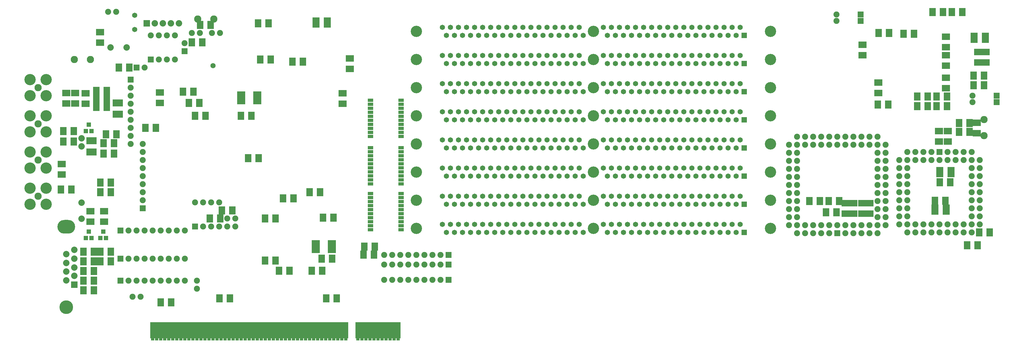
<source format=gbs>
G04 (created by PCBNEW-RS274X (2012-apr-16-27)-stable) date Втр 01 Янв 2013 22:44:24*
G01*
G70*
G90*
%MOIN*%
G04 Gerber Fmt 3.4, Leading zero omitted, Abs format*
%FSLAX34Y34*%
G04 APERTURE LIST*
%ADD10C,0.006000*%
%ADD11C,0.080000*%
%ADD12R,0.070000X0.040000*%
%ADD13R,0.056000X0.056000*%
%ADD14R,0.130000X0.090000*%
%ADD15R,0.090000X0.130000*%
%ADD16C,0.140000*%
%ADD17R,0.065000X0.065000*%
%ADD18C,0.065000*%
%ADD19R,0.075000X0.075000*%
%ADD20C,0.075000*%
%ADD21C,0.090000*%
%ADD22O,0.220000X0.170000*%
%ADD23C,0.170000*%
%ADD24R,0.080000X0.080000*%
%ADD25R,0.100000X0.160000*%
%ADD26R,0.100000X0.080000*%
%ADD27R,0.080000X0.100000*%
%ADD28R,0.060000X0.200000*%
%ADD29R,0.040000X0.050000*%
G04 APERTURE END LIST*
G54D10*
G54D11*
X28650Y-38550D03*
X28650Y-39550D03*
X28650Y-46550D03*
X28650Y-48550D03*
G54D12*
X68350Y-39700D03*
X68350Y-40200D03*
X68350Y-40700D03*
X68350Y-41200D03*
X68350Y-41700D03*
X68350Y-42200D03*
X68350Y-42700D03*
X68350Y-43200D03*
X68350Y-43700D03*
X68350Y-44200D03*
X64550Y-44200D03*
X64550Y-43700D03*
X64550Y-43200D03*
X64550Y-42700D03*
X64550Y-42200D03*
X64550Y-41700D03*
X64550Y-41200D03*
X64550Y-40700D03*
X64550Y-40200D03*
X64550Y-39700D03*
X68350Y-33800D03*
X68350Y-34300D03*
X68350Y-34800D03*
X68350Y-35300D03*
X68350Y-35800D03*
X68350Y-36300D03*
X68350Y-36800D03*
X68350Y-37300D03*
X68350Y-37800D03*
X68350Y-38300D03*
X64550Y-38300D03*
X64550Y-37800D03*
X64550Y-37300D03*
X64550Y-36800D03*
X64550Y-36300D03*
X64550Y-35800D03*
X64550Y-35300D03*
X64550Y-34800D03*
X64550Y-34300D03*
X64550Y-33800D03*
X68350Y-45400D03*
X68350Y-45900D03*
X68350Y-46400D03*
X68350Y-46900D03*
X68350Y-47400D03*
X68350Y-47900D03*
X68350Y-48400D03*
X68350Y-48900D03*
X68350Y-49400D03*
X68350Y-49900D03*
X64550Y-49900D03*
X64550Y-49400D03*
X64550Y-48900D03*
X64550Y-48400D03*
X64550Y-47900D03*
X64550Y-47400D03*
X64550Y-46900D03*
X64550Y-46400D03*
X64550Y-45900D03*
X64550Y-45400D03*
G54D13*
X31000Y-50950D03*
X31700Y-50950D03*
X31350Y-50150D03*
X29200Y-37650D03*
X29900Y-37650D03*
X29550Y-36850D03*
X29200Y-50950D03*
X29900Y-50950D03*
X29550Y-50150D03*
G54D14*
X29900Y-38850D03*
X29900Y-40250D03*
G54D15*
X139550Y-26050D03*
X140950Y-26050D03*
X135300Y-42750D03*
X136700Y-42750D03*
G54D14*
X33150Y-34150D03*
X33150Y-35550D03*
G54D15*
X57800Y-24150D03*
X59200Y-24150D03*
X134700Y-47400D03*
X136100Y-47400D03*
G54D16*
X92250Y-46250D03*
X70250Y-46250D03*
X114250Y-46250D03*
G54D17*
X111000Y-46750D03*
G54D18*
X110500Y-45750D03*
X110000Y-46750D03*
X109500Y-45750D03*
X109000Y-46750D03*
X108500Y-45750D03*
X108000Y-46750D03*
X107500Y-45750D03*
X107000Y-46750D03*
X106500Y-45750D03*
X106000Y-46750D03*
X105500Y-45750D03*
X105000Y-46750D03*
X104500Y-45750D03*
X104000Y-46750D03*
X103500Y-45750D03*
X103000Y-46750D03*
X102500Y-45750D03*
X102000Y-46750D03*
X101500Y-45750D03*
X101000Y-46750D03*
X100500Y-45750D03*
X100000Y-46750D03*
X99500Y-45750D03*
X99000Y-46750D03*
X98500Y-45750D03*
X98000Y-46750D03*
X97500Y-45750D03*
X97000Y-46750D03*
X96500Y-45750D03*
X96000Y-46750D03*
X95500Y-45750D03*
X95000Y-46750D03*
X94500Y-45750D03*
X94000Y-46750D03*
X93500Y-45750D03*
X91000Y-46750D03*
X90500Y-45750D03*
X90000Y-46750D03*
X89500Y-45750D03*
X89000Y-46750D03*
X88500Y-45750D03*
X88000Y-46750D03*
X87500Y-45750D03*
X87000Y-46750D03*
X86500Y-45750D03*
X86000Y-46750D03*
X85500Y-45750D03*
X85000Y-46750D03*
X84500Y-45750D03*
X84000Y-46750D03*
X83500Y-45750D03*
X83000Y-46750D03*
X82500Y-45750D03*
X82000Y-46750D03*
X81500Y-45750D03*
X81000Y-46750D03*
X80500Y-45750D03*
X80000Y-46750D03*
X79500Y-45750D03*
X79000Y-46750D03*
X78500Y-45750D03*
X78000Y-46750D03*
X77500Y-45750D03*
X77000Y-46750D03*
X76500Y-45750D03*
X76000Y-46750D03*
X75500Y-45750D03*
X75000Y-46750D03*
X74500Y-45750D03*
X74000Y-46750D03*
X73500Y-45750D03*
G54D16*
X92250Y-35750D03*
X70250Y-35750D03*
X114250Y-35750D03*
G54D17*
X111000Y-36250D03*
G54D18*
X110500Y-35250D03*
X110000Y-36250D03*
X109500Y-35250D03*
X109000Y-36250D03*
X108500Y-35250D03*
X108000Y-36250D03*
X107500Y-35250D03*
X107000Y-36250D03*
X106500Y-35250D03*
X106000Y-36250D03*
X105500Y-35250D03*
X105000Y-36250D03*
X104500Y-35250D03*
X104000Y-36250D03*
X103500Y-35250D03*
X103000Y-36250D03*
X102500Y-35250D03*
X102000Y-36250D03*
X101500Y-35250D03*
X101000Y-36250D03*
X100500Y-35250D03*
X100000Y-36250D03*
X99500Y-35250D03*
X99000Y-36250D03*
X98500Y-35250D03*
X98000Y-36250D03*
X97500Y-35250D03*
X97000Y-36250D03*
X96500Y-35250D03*
X96000Y-36250D03*
X95500Y-35250D03*
X95000Y-36250D03*
X94500Y-35250D03*
X94000Y-36250D03*
X93500Y-35250D03*
X91000Y-36250D03*
X90500Y-35250D03*
X90000Y-36250D03*
X89500Y-35250D03*
X89000Y-36250D03*
X88500Y-35250D03*
X88000Y-36250D03*
X87500Y-35250D03*
X87000Y-36250D03*
X86500Y-35250D03*
X86000Y-36250D03*
X85500Y-35250D03*
X85000Y-36250D03*
X84500Y-35250D03*
X84000Y-36250D03*
X83500Y-35250D03*
X83000Y-36250D03*
X82500Y-35250D03*
X82000Y-36250D03*
X81500Y-35250D03*
X81000Y-36250D03*
X80500Y-35250D03*
X80000Y-36250D03*
X79500Y-35250D03*
X79000Y-36250D03*
X78500Y-35250D03*
X78000Y-36250D03*
X77500Y-35250D03*
X77000Y-36250D03*
X76500Y-35250D03*
X76000Y-36250D03*
X75500Y-35250D03*
X75000Y-36250D03*
X74500Y-35250D03*
X74000Y-36250D03*
X73500Y-35250D03*
G54D16*
X92250Y-42750D03*
X70250Y-42750D03*
X114250Y-42750D03*
G54D17*
X111000Y-43250D03*
G54D18*
X110500Y-42250D03*
X110000Y-43250D03*
X109500Y-42250D03*
X109000Y-43250D03*
X108500Y-42250D03*
X108000Y-43250D03*
X107500Y-42250D03*
X107000Y-43250D03*
X106500Y-42250D03*
X106000Y-43250D03*
X105500Y-42250D03*
X105000Y-43250D03*
X104500Y-42250D03*
X104000Y-43250D03*
X103500Y-42250D03*
X103000Y-43250D03*
X102500Y-42250D03*
X102000Y-43250D03*
X101500Y-42250D03*
X101000Y-43250D03*
X100500Y-42250D03*
X100000Y-43250D03*
X99500Y-42250D03*
X99000Y-43250D03*
X98500Y-42250D03*
X98000Y-43250D03*
X97500Y-42250D03*
X97000Y-43250D03*
X96500Y-42250D03*
X96000Y-43250D03*
X95500Y-42250D03*
X95000Y-43250D03*
X94500Y-42250D03*
X94000Y-43250D03*
X93500Y-42250D03*
X91000Y-43250D03*
X90500Y-42250D03*
X90000Y-43250D03*
X89500Y-42250D03*
X89000Y-43250D03*
X88500Y-42250D03*
X88000Y-43250D03*
X87500Y-42250D03*
X87000Y-43250D03*
X86500Y-42250D03*
X86000Y-43250D03*
X85500Y-42250D03*
X85000Y-43250D03*
X84500Y-42250D03*
X84000Y-43250D03*
X83500Y-42250D03*
X83000Y-43250D03*
X82500Y-42250D03*
X82000Y-43250D03*
X81500Y-42250D03*
X81000Y-43250D03*
X80500Y-42250D03*
X80000Y-43250D03*
X79500Y-42250D03*
X79000Y-43250D03*
X78500Y-42250D03*
X78000Y-43250D03*
X77500Y-42250D03*
X77000Y-43250D03*
X76500Y-42250D03*
X76000Y-43250D03*
X75500Y-42250D03*
X75000Y-43250D03*
X74500Y-42250D03*
X74000Y-43250D03*
X73500Y-42250D03*
G54D16*
X92250Y-28750D03*
X70250Y-28750D03*
X114250Y-28750D03*
G54D17*
X111000Y-29250D03*
G54D18*
X110500Y-28250D03*
X110000Y-29250D03*
X109500Y-28250D03*
X109000Y-29250D03*
X108500Y-28250D03*
X108000Y-29250D03*
X107500Y-28250D03*
X107000Y-29250D03*
X106500Y-28250D03*
X106000Y-29250D03*
X105500Y-28250D03*
X105000Y-29250D03*
X104500Y-28250D03*
X104000Y-29250D03*
X103500Y-28250D03*
X103000Y-29250D03*
X102500Y-28250D03*
X102000Y-29250D03*
X101500Y-28250D03*
X101000Y-29250D03*
X100500Y-28250D03*
X100000Y-29250D03*
X99500Y-28250D03*
X99000Y-29250D03*
X98500Y-28250D03*
X98000Y-29250D03*
X97500Y-28250D03*
X97000Y-29250D03*
X96500Y-28250D03*
X96000Y-29250D03*
X95500Y-28250D03*
X95000Y-29250D03*
X94500Y-28250D03*
X94000Y-29250D03*
X93500Y-28250D03*
X91000Y-29250D03*
X90500Y-28250D03*
X90000Y-29250D03*
X89500Y-28250D03*
X89000Y-29250D03*
X88500Y-28250D03*
X88000Y-29250D03*
X87500Y-28250D03*
X87000Y-29250D03*
X86500Y-28250D03*
X86000Y-29250D03*
X85500Y-28250D03*
X85000Y-29250D03*
X84500Y-28250D03*
X84000Y-29250D03*
X83500Y-28250D03*
X83000Y-29250D03*
X82500Y-28250D03*
X82000Y-29250D03*
X81500Y-28250D03*
X81000Y-29250D03*
X80500Y-28250D03*
X80000Y-29250D03*
X79500Y-28250D03*
X79000Y-29250D03*
X78500Y-28250D03*
X78000Y-29250D03*
X77500Y-28250D03*
X77000Y-29250D03*
X76500Y-28250D03*
X76000Y-29250D03*
X75500Y-28250D03*
X75000Y-29250D03*
X74500Y-28250D03*
X74000Y-29250D03*
X73500Y-28250D03*
G54D16*
X92250Y-25250D03*
X70250Y-25250D03*
X114250Y-25250D03*
G54D17*
X111000Y-25750D03*
G54D18*
X110500Y-24750D03*
X110000Y-25750D03*
X109500Y-24750D03*
X109000Y-25750D03*
X108500Y-24750D03*
X108000Y-25750D03*
X107500Y-24750D03*
X107000Y-25750D03*
X106500Y-24750D03*
X106000Y-25750D03*
X105500Y-24750D03*
X105000Y-25750D03*
X104500Y-24750D03*
X104000Y-25750D03*
X103500Y-24750D03*
X103000Y-25750D03*
X102500Y-24750D03*
X102000Y-25750D03*
X101500Y-24750D03*
X101000Y-25750D03*
X100500Y-24750D03*
X100000Y-25750D03*
X99500Y-24750D03*
X99000Y-25750D03*
X98500Y-24750D03*
X98000Y-25750D03*
X97500Y-24750D03*
X97000Y-25750D03*
X96500Y-24750D03*
X96000Y-25750D03*
X95500Y-24750D03*
X95000Y-25750D03*
X94500Y-24750D03*
X94000Y-25750D03*
X93500Y-24750D03*
X91000Y-25750D03*
X90500Y-24750D03*
X90000Y-25750D03*
X89500Y-24750D03*
X89000Y-25750D03*
X88500Y-24750D03*
X88000Y-25750D03*
X87500Y-24750D03*
X87000Y-25750D03*
X86500Y-24750D03*
X86000Y-25750D03*
X85500Y-24750D03*
X85000Y-25750D03*
X84500Y-24750D03*
X84000Y-25750D03*
X83500Y-24750D03*
X83000Y-25750D03*
X82500Y-24750D03*
X82000Y-25750D03*
X81500Y-24750D03*
X81000Y-25750D03*
X80500Y-24750D03*
X80000Y-25750D03*
X79500Y-24750D03*
X79000Y-25750D03*
X78500Y-24750D03*
X78000Y-25750D03*
X77500Y-24750D03*
X77000Y-25750D03*
X76500Y-24750D03*
X76000Y-25750D03*
X75500Y-24750D03*
X75000Y-25750D03*
X74500Y-24750D03*
X74000Y-25750D03*
X73500Y-24750D03*
G54D16*
X92250Y-32250D03*
X70250Y-32250D03*
X114250Y-32250D03*
G54D17*
X111000Y-32750D03*
G54D18*
X110500Y-31750D03*
X110000Y-32750D03*
X109500Y-31750D03*
X109000Y-32750D03*
X108500Y-31750D03*
X108000Y-32750D03*
X107500Y-31750D03*
X107000Y-32750D03*
X106500Y-31750D03*
X106000Y-32750D03*
X105500Y-31750D03*
X105000Y-32750D03*
X104500Y-31750D03*
X104000Y-32750D03*
X103500Y-31750D03*
X103000Y-32750D03*
X102500Y-31750D03*
X102000Y-32750D03*
X101500Y-31750D03*
X101000Y-32750D03*
X100500Y-31750D03*
X100000Y-32750D03*
X99500Y-31750D03*
X99000Y-32750D03*
X98500Y-31750D03*
X98000Y-32750D03*
X97500Y-31750D03*
X97000Y-32750D03*
X96500Y-31750D03*
X96000Y-32750D03*
X95500Y-31750D03*
X95000Y-32750D03*
X94500Y-31750D03*
X94000Y-32750D03*
X93500Y-31750D03*
X91000Y-32750D03*
X90500Y-31750D03*
X90000Y-32750D03*
X89500Y-31750D03*
X89000Y-32750D03*
X88500Y-31750D03*
X88000Y-32750D03*
X87500Y-31750D03*
X87000Y-32750D03*
X86500Y-31750D03*
X86000Y-32750D03*
X85500Y-31750D03*
X85000Y-32750D03*
X84500Y-31750D03*
X84000Y-32750D03*
X83500Y-31750D03*
X83000Y-32750D03*
X82500Y-31750D03*
X82000Y-32750D03*
X81500Y-31750D03*
X81000Y-32750D03*
X80500Y-31750D03*
X80000Y-32750D03*
X79500Y-31750D03*
X79000Y-32750D03*
X78500Y-31750D03*
X78000Y-32750D03*
X77500Y-31750D03*
X77000Y-32750D03*
X76500Y-31750D03*
X76000Y-32750D03*
X75500Y-31750D03*
X75000Y-32750D03*
X74500Y-31750D03*
X74000Y-32750D03*
X73500Y-31750D03*
G54D16*
X92250Y-39250D03*
X70250Y-39250D03*
X114250Y-39250D03*
G54D17*
X111000Y-39750D03*
G54D18*
X110500Y-38750D03*
X110000Y-39750D03*
X109500Y-38750D03*
X109000Y-39750D03*
X108500Y-38750D03*
X108000Y-39750D03*
X107500Y-38750D03*
X107000Y-39750D03*
X106500Y-38750D03*
X106000Y-39750D03*
X105500Y-38750D03*
X105000Y-39750D03*
X104500Y-38750D03*
X104000Y-39750D03*
X103500Y-38750D03*
X103000Y-39750D03*
X102500Y-38750D03*
X102000Y-39750D03*
X101500Y-38750D03*
X101000Y-39750D03*
X100500Y-38750D03*
X100000Y-39750D03*
X99500Y-38750D03*
X99000Y-39750D03*
X98500Y-38750D03*
X98000Y-39750D03*
X97500Y-38750D03*
X97000Y-39750D03*
X96500Y-38750D03*
X96000Y-39750D03*
X95500Y-38750D03*
X95000Y-39750D03*
X94500Y-38750D03*
X94000Y-39750D03*
X93500Y-38750D03*
X91000Y-39750D03*
X90500Y-38750D03*
X90000Y-39750D03*
X89500Y-38750D03*
X89000Y-39750D03*
X88500Y-38750D03*
X88000Y-39750D03*
X87500Y-38750D03*
X87000Y-39750D03*
X86500Y-38750D03*
X86000Y-39750D03*
X85500Y-38750D03*
X85000Y-39750D03*
X84500Y-38750D03*
X84000Y-39750D03*
X83500Y-38750D03*
X83000Y-39750D03*
X82500Y-38750D03*
X82000Y-39750D03*
X81500Y-38750D03*
X81000Y-39750D03*
X80500Y-38750D03*
X80000Y-39750D03*
X79500Y-38750D03*
X79000Y-39750D03*
X78500Y-38750D03*
X78000Y-39750D03*
X77500Y-38750D03*
X77000Y-39750D03*
X76500Y-38750D03*
X76000Y-39750D03*
X75500Y-38750D03*
X75000Y-39750D03*
X74500Y-38750D03*
X74000Y-39750D03*
X73500Y-38750D03*
G54D16*
X92250Y-49750D03*
X70250Y-49750D03*
X114250Y-49750D03*
G54D17*
X111000Y-50250D03*
G54D18*
X110500Y-49250D03*
X110000Y-50250D03*
X109500Y-49250D03*
X109000Y-50250D03*
X108500Y-49250D03*
X108000Y-50250D03*
X107500Y-49250D03*
X107000Y-50250D03*
X106500Y-49250D03*
X106000Y-50250D03*
X105500Y-49250D03*
X105000Y-50250D03*
X104500Y-49250D03*
X104000Y-50250D03*
X103500Y-49250D03*
X103000Y-50250D03*
X102500Y-49250D03*
X102000Y-50250D03*
X101500Y-49250D03*
X101000Y-50250D03*
X100500Y-49250D03*
X100000Y-50250D03*
X99500Y-49250D03*
X99000Y-50250D03*
X98500Y-49250D03*
X98000Y-50250D03*
X97500Y-49250D03*
X97000Y-50250D03*
X96500Y-49250D03*
X96000Y-50250D03*
X95500Y-49250D03*
X95000Y-50250D03*
X94500Y-49250D03*
X94000Y-50250D03*
X93500Y-49250D03*
X91000Y-50250D03*
X90500Y-49250D03*
X90000Y-50250D03*
X89500Y-49250D03*
X89000Y-50250D03*
X88500Y-49250D03*
X88000Y-50250D03*
X87500Y-49250D03*
X87000Y-50250D03*
X86500Y-49250D03*
X86000Y-50250D03*
X85500Y-49250D03*
X85000Y-50250D03*
X84500Y-49250D03*
X84000Y-50250D03*
X83500Y-49250D03*
X83000Y-50250D03*
X82500Y-49250D03*
X82000Y-50250D03*
X81500Y-49250D03*
X81000Y-50250D03*
X80500Y-49250D03*
X80000Y-50250D03*
X79500Y-49250D03*
X79000Y-50250D03*
X78500Y-49250D03*
X78000Y-50250D03*
X77500Y-49250D03*
X77000Y-50250D03*
X76500Y-49250D03*
X76000Y-50250D03*
X75500Y-49250D03*
X75000Y-50250D03*
X74500Y-49250D03*
X74000Y-50250D03*
X73500Y-49250D03*
G54D19*
X41450Y-27700D03*
G54D20*
X41450Y-26700D03*
G54D19*
X122550Y-50350D03*
G54D20*
X122550Y-49350D03*
X123550Y-50350D03*
X123550Y-49350D03*
X124550Y-50350D03*
X124550Y-49350D03*
X125550Y-50350D03*
X125550Y-49350D03*
X126550Y-50350D03*
X126550Y-49350D03*
X127550Y-50350D03*
X128550Y-49350D03*
X127550Y-49350D03*
X128550Y-48350D03*
X127550Y-48350D03*
X128550Y-47350D03*
X127550Y-47350D03*
X128550Y-46350D03*
X127550Y-46350D03*
X128550Y-45350D03*
X127550Y-45350D03*
X128550Y-44350D03*
X127550Y-44350D03*
X128550Y-43350D03*
X127550Y-43350D03*
X128550Y-42350D03*
X127550Y-42350D03*
X128550Y-41350D03*
X127550Y-41350D03*
X128550Y-40350D03*
X127550Y-40350D03*
X128550Y-39350D03*
X127550Y-38350D03*
X127550Y-39350D03*
X126550Y-38350D03*
X126550Y-39350D03*
X125550Y-38350D03*
X125550Y-39350D03*
X124550Y-38350D03*
X124550Y-39350D03*
X123550Y-38350D03*
X123550Y-39350D03*
X122550Y-38350D03*
X122550Y-39350D03*
X121550Y-38350D03*
X121550Y-39350D03*
X120550Y-38350D03*
X120550Y-39350D03*
X119550Y-38350D03*
X119550Y-39350D03*
X118550Y-38350D03*
X118550Y-39350D03*
X117550Y-38350D03*
X116550Y-39350D03*
X117550Y-39350D03*
X116550Y-40350D03*
X117550Y-40350D03*
X116550Y-41350D03*
X117550Y-41350D03*
X116550Y-42350D03*
X117550Y-42350D03*
X116550Y-43350D03*
X117550Y-43350D03*
X116550Y-44350D03*
X117550Y-44350D03*
X116550Y-45350D03*
X117550Y-45350D03*
X116550Y-46350D03*
X117550Y-46350D03*
X116550Y-47350D03*
X117550Y-47350D03*
X116550Y-48350D03*
X117550Y-48350D03*
X116550Y-49350D03*
X117550Y-50350D03*
X117550Y-49350D03*
X118550Y-50350D03*
X118550Y-49350D03*
X119550Y-50350D03*
X119550Y-49350D03*
X120550Y-50350D03*
X120550Y-49350D03*
X121550Y-50350D03*
X121550Y-49350D03*
G54D19*
X135250Y-40250D03*
G54D20*
X135250Y-41250D03*
X134250Y-40250D03*
X134250Y-41250D03*
X133250Y-40250D03*
X133250Y-41250D03*
X132250Y-40250D03*
X132250Y-41250D03*
X131250Y-40250D03*
X130250Y-41250D03*
X131250Y-41250D03*
X130250Y-42250D03*
X131250Y-42250D03*
X130250Y-43250D03*
X131250Y-43250D03*
X130250Y-44250D03*
X131250Y-44250D03*
X130250Y-45250D03*
X131250Y-45250D03*
X130250Y-46250D03*
X131250Y-46250D03*
X130250Y-47250D03*
X131250Y-47250D03*
X130250Y-48250D03*
X131250Y-48250D03*
X130250Y-49250D03*
X131250Y-50250D03*
X131250Y-49250D03*
X132250Y-50250D03*
X132250Y-49250D03*
X133250Y-50250D03*
X133250Y-49250D03*
X134250Y-50250D03*
X134250Y-49250D03*
X135250Y-50250D03*
X135250Y-49250D03*
X136250Y-50250D03*
X136250Y-49250D03*
X137250Y-50250D03*
X137250Y-49250D03*
X138250Y-50250D03*
X138250Y-49250D03*
X139250Y-50250D03*
X140250Y-49250D03*
X139250Y-49250D03*
X140250Y-48250D03*
X139250Y-48250D03*
X140250Y-47250D03*
X139250Y-47250D03*
X140250Y-46250D03*
X139250Y-46250D03*
X140250Y-45250D03*
X139250Y-45250D03*
X140250Y-44250D03*
X139250Y-44250D03*
X140250Y-43250D03*
X139250Y-43250D03*
X140250Y-42250D03*
X139250Y-42250D03*
X140250Y-41250D03*
X139250Y-40250D03*
X139250Y-41250D03*
X138250Y-40250D03*
X138250Y-41250D03*
X137250Y-40250D03*
X137250Y-41250D03*
X136250Y-40250D03*
X136250Y-41250D03*
G54D21*
X140800Y-36200D03*
X140800Y-38200D03*
X29750Y-28750D03*
X27750Y-28750D03*
G54D22*
X26750Y-49550D03*
G54D23*
X26750Y-59550D03*
G54D24*
X27750Y-56750D03*
G54D11*
X27750Y-55650D03*
X27750Y-54600D03*
X27750Y-53500D03*
X27750Y-52400D03*
X26750Y-56200D03*
X26750Y-55100D03*
X26750Y-54050D03*
X26750Y-52950D03*
G54D19*
X142350Y-33250D03*
G54D20*
X139350Y-33250D03*
G54D19*
X125450Y-23150D03*
G54D20*
X122450Y-23150D03*
G54D19*
X125450Y-23950D03*
G54D20*
X122450Y-23950D03*
G54D19*
X142350Y-34050D03*
G54D20*
X139350Y-34050D03*
G54D11*
X32250Y-27250D03*
X34250Y-27250D03*
G54D19*
X37250Y-28750D03*
G54D20*
X38250Y-28750D03*
X39250Y-28750D03*
X40250Y-28750D03*
X40250Y-25750D03*
X39250Y-25750D03*
X38250Y-25750D03*
X37250Y-25750D03*
G54D19*
X34750Y-31250D03*
G54D20*
X34750Y-32250D03*
X34750Y-33250D03*
X34750Y-34250D03*
X34750Y-35250D03*
X34750Y-36250D03*
X34750Y-37250D03*
X34750Y-38250D03*
X34750Y-39250D03*
G54D19*
X33500Y-50000D03*
G54D20*
X34500Y-50000D03*
X35500Y-50000D03*
X36500Y-50000D03*
X37500Y-50000D03*
X38500Y-50000D03*
X39500Y-50000D03*
X40500Y-50000D03*
X41500Y-50000D03*
G54D19*
X74250Y-53050D03*
G54D20*
X73250Y-53050D03*
X72250Y-53050D03*
X71250Y-53050D03*
X70250Y-53050D03*
X69250Y-53050D03*
X68250Y-53050D03*
X67250Y-53050D03*
X66250Y-53050D03*
G54D19*
X74250Y-54250D03*
G54D20*
X73250Y-54250D03*
X72250Y-54250D03*
X71250Y-54250D03*
X70250Y-54250D03*
X69250Y-54250D03*
X68250Y-54250D03*
X67250Y-54250D03*
X66250Y-54250D03*
G54D19*
X74250Y-56150D03*
G54D20*
X73250Y-56150D03*
X72250Y-56150D03*
X71250Y-56150D03*
X70250Y-56150D03*
X69250Y-56150D03*
X68250Y-56150D03*
X67250Y-56150D03*
X66250Y-56150D03*
G54D25*
X59750Y-52000D03*
X57750Y-52000D03*
X48500Y-33500D03*
X50500Y-33500D03*
G54D19*
X35500Y-29750D03*
G54D20*
X36500Y-29750D03*
X42350Y-25450D03*
X43350Y-25450D03*
X43000Y-56250D03*
X43000Y-57250D03*
X45850Y-25450D03*
X44850Y-25450D03*
X35000Y-58250D03*
X36000Y-58250D03*
X47750Y-48500D03*
X47750Y-49500D03*
X46750Y-48500D03*
X46750Y-49500D03*
G54D19*
X42750Y-49500D03*
G54D20*
X43750Y-49500D03*
X44750Y-49500D03*
X45750Y-49500D03*
X45750Y-46500D03*
X44750Y-46500D03*
X43750Y-46500D03*
X42750Y-46500D03*
G54D26*
X125650Y-46600D03*
X125650Y-47900D03*
X29150Y-34250D03*
X29150Y-32950D03*
X123600Y-46600D03*
X123600Y-47900D03*
G54D27*
X30500Y-32650D03*
X31800Y-32650D03*
X30500Y-34650D03*
X31800Y-34650D03*
X31000Y-44050D03*
X32300Y-44050D03*
X30500Y-33650D03*
X31800Y-33650D03*
X138700Y-51850D03*
X140000Y-51850D03*
X31000Y-45250D03*
X32300Y-45250D03*
X31700Y-38050D03*
X33000Y-38050D03*
X134700Y-46300D03*
X136000Y-46300D03*
X135300Y-44000D03*
X136600Y-44000D03*
X137700Y-36650D03*
X139000Y-36650D03*
X137700Y-37750D03*
X139000Y-37750D03*
X50600Y-24250D03*
X51900Y-24250D03*
X133800Y-33350D03*
X132500Y-33350D03*
X127600Y-34350D03*
X128900Y-34350D03*
G54D26*
X127650Y-32900D03*
X127650Y-31600D03*
G54D27*
X127700Y-25450D03*
X129000Y-25450D03*
G54D26*
X136050Y-32300D03*
X136050Y-31000D03*
X125700Y-28200D03*
X125700Y-26900D03*
G54D27*
X141500Y-50250D03*
X140200Y-50250D03*
G54D26*
X26750Y-32900D03*
X26750Y-34200D03*
G54D27*
X31000Y-53850D03*
X32300Y-53850D03*
X31000Y-52650D03*
X32300Y-52650D03*
G54D26*
X136050Y-27200D03*
X136050Y-25900D03*
G54D27*
X134900Y-33350D03*
X136200Y-33350D03*
X139500Y-30750D03*
X140800Y-30750D03*
G54D26*
X136300Y-37650D03*
X136300Y-38950D03*
X136050Y-29500D03*
X136050Y-28200D03*
G54D27*
X134900Y-34550D03*
X136200Y-34550D03*
G54D26*
X139900Y-37900D03*
X139900Y-36600D03*
G54D27*
X133800Y-34550D03*
X132500Y-34550D03*
X130800Y-25550D03*
X132100Y-25550D03*
X139500Y-31950D03*
X140800Y-31950D03*
G54D26*
X141000Y-27800D03*
X141000Y-29100D03*
G54D27*
X42000Y-34150D03*
X43300Y-34150D03*
G54D26*
X140050Y-29100D03*
X140050Y-27800D03*
X126550Y-46600D03*
X126550Y-47900D03*
X31450Y-48900D03*
X31450Y-47600D03*
X29750Y-48900D03*
X29750Y-47600D03*
X27850Y-32900D03*
X27850Y-34200D03*
X135200Y-38950D03*
X135200Y-37650D03*
G54D27*
X134400Y-22850D03*
X135700Y-22850D03*
X32700Y-40450D03*
X31400Y-40450D03*
X122450Y-47750D03*
X121150Y-47750D03*
X119100Y-46350D03*
X120400Y-46350D03*
X26100Y-44900D03*
X27400Y-44900D03*
X31400Y-39150D03*
X32700Y-39150D03*
X28900Y-53850D03*
X30200Y-53850D03*
X138100Y-22850D03*
X136800Y-22850D03*
X30200Y-52650D03*
X28900Y-52650D03*
X27700Y-38950D03*
X26400Y-38950D03*
G54D26*
X124550Y-47900D03*
X124550Y-46600D03*
G54D27*
X26400Y-37650D03*
X27700Y-37650D03*
X30200Y-57450D03*
X28900Y-57450D03*
X30200Y-56250D03*
X28900Y-56250D03*
G54D26*
X26200Y-41750D03*
X26200Y-43050D03*
G54D27*
X30200Y-55050D03*
X28900Y-55050D03*
G54D21*
X45100Y-23700D03*
X43100Y-23700D03*
G54D18*
X35250Y-25000D03*
X35250Y-23250D03*
X45000Y-29500D03*
G54D19*
X36250Y-47250D03*
G54D20*
X36250Y-46250D03*
X36250Y-45250D03*
X36250Y-44250D03*
X36250Y-43250D03*
X36250Y-42250D03*
X36250Y-41250D03*
X36250Y-40250D03*
X36250Y-39250D03*
G54D19*
X33500Y-53500D03*
G54D20*
X34500Y-53500D03*
X35500Y-53500D03*
X36500Y-53500D03*
X37500Y-53500D03*
X38500Y-53500D03*
X39500Y-53500D03*
X40500Y-53500D03*
X41500Y-53500D03*
G54D19*
X33500Y-56250D03*
G54D20*
X34500Y-56250D03*
X35500Y-56250D03*
X36500Y-56250D03*
X37500Y-56250D03*
X38500Y-56250D03*
X39500Y-56250D03*
X40500Y-56250D03*
X41500Y-56250D03*
G54D21*
X23250Y-32250D03*
G54D16*
X24250Y-33250D03*
X22250Y-33250D03*
X22250Y-31250D03*
X24250Y-31250D03*
G54D21*
X23250Y-36750D03*
G54D16*
X24250Y-37750D03*
X22250Y-37750D03*
X22250Y-35750D03*
X24250Y-35750D03*
G54D21*
X23250Y-45750D03*
G54D16*
X24250Y-46750D03*
X22250Y-46750D03*
X22250Y-44750D03*
X24250Y-44750D03*
G54D21*
X23250Y-41250D03*
G54D16*
X24250Y-42250D03*
X22250Y-42250D03*
X22250Y-40250D03*
X24250Y-40250D03*
G54D27*
X65100Y-52000D03*
X63800Y-52000D03*
X48450Y-35750D03*
X49750Y-35750D03*
X49350Y-41000D03*
X50650Y-41000D03*
X53200Y-55000D03*
X54500Y-55000D03*
X58550Y-55000D03*
X57250Y-55000D03*
X59800Y-53500D03*
X58500Y-53500D03*
X59950Y-48400D03*
X58650Y-48400D03*
X58300Y-45250D03*
X57000Y-45250D03*
X53700Y-46000D03*
X55000Y-46000D03*
X51450Y-48500D03*
X52750Y-48500D03*
X51450Y-53750D03*
X52750Y-53750D03*
X47100Y-58450D03*
X45800Y-58450D03*
X50850Y-28750D03*
X52150Y-28750D03*
X56150Y-29000D03*
X54850Y-29000D03*
X59050Y-58450D03*
X60350Y-58450D03*
X121500Y-46350D03*
X122800Y-46350D03*
X39800Y-58950D03*
X38500Y-58950D03*
G54D26*
X30950Y-25350D03*
X30950Y-26650D03*
G54D27*
X36600Y-37250D03*
X37900Y-37250D03*
G54D26*
X38400Y-34150D03*
X38400Y-32850D03*
G54D27*
X42550Y-32750D03*
X41250Y-32750D03*
X44050Y-35750D03*
X42750Y-35750D03*
G54D26*
X62000Y-28600D03*
X62000Y-29900D03*
X61100Y-34250D03*
X61100Y-32950D03*
G54D27*
X63700Y-53000D03*
X65000Y-53000D03*
X45900Y-48500D03*
X44600Y-48500D03*
X47400Y-47500D03*
X46100Y-47500D03*
X33300Y-29750D03*
X34600Y-29750D03*
X43400Y-24450D03*
X44700Y-24450D03*
X43650Y-26600D03*
X42350Y-26600D03*
G54D24*
X36750Y-24250D03*
G54D11*
X37750Y-24250D03*
X38750Y-24250D03*
X39750Y-24250D03*
X40750Y-24250D03*
G54D20*
X31950Y-22800D03*
X32950Y-22800D03*
G54D28*
X37500Y-62400D03*
X38000Y-62400D03*
X38500Y-62400D03*
X39000Y-62400D03*
X39500Y-62400D03*
X40000Y-62400D03*
X40500Y-62400D03*
X41000Y-62400D03*
X41500Y-62400D03*
X42000Y-62400D03*
X42500Y-62400D03*
X43000Y-62400D03*
X43500Y-62400D03*
X44000Y-62400D03*
X44500Y-62400D03*
X45000Y-62400D03*
X45500Y-62400D03*
X46000Y-62400D03*
X46500Y-62400D03*
X47000Y-62400D03*
X47500Y-62400D03*
X48000Y-62400D03*
X48500Y-62400D03*
X49000Y-62400D03*
X49500Y-62400D03*
X50000Y-62400D03*
X50500Y-62400D03*
X51000Y-62400D03*
X51500Y-62400D03*
X52000Y-62400D03*
X52500Y-62400D03*
X53000Y-62400D03*
X53500Y-62400D03*
X54000Y-62400D03*
X54500Y-62400D03*
X55000Y-62400D03*
X55500Y-62400D03*
X56000Y-62400D03*
X56500Y-62400D03*
X57000Y-62400D03*
X57500Y-62400D03*
X58000Y-62400D03*
X58500Y-62400D03*
X59000Y-62400D03*
X59500Y-62400D03*
X60000Y-62400D03*
X60500Y-62400D03*
X61000Y-62400D03*
X61500Y-62400D03*
X63000Y-62400D03*
X63500Y-62400D03*
X64000Y-62400D03*
X64500Y-62400D03*
X65000Y-62400D03*
X65500Y-62400D03*
X66000Y-62400D03*
X66500Y-62400D03*
X67000Y-62400D03*
X67500Y-62400D03*
X68000Y-62400D03*
G54D29*
X37500Y-63450D03*
X38000Y-63450D03*
X38500Y-63450D03*
X39000Y-63450D03*
X39500Y-63450D03*
X40000Y-63450D03*
X40500Y-63450D03*
X41000Y-63450D03*
X41500Y-63450D03*
X42000Y-63450D03*
X42500Y-63450D03*
X43000Y-63450D03*
X43500Y-63450D03*
X44000Y-63450D03*
X44500Y-63450D03*
X45000Y-63450D03*
X45500Y-63450D03*
X46000Y-63450D03*
X46500Y-63450D03*
X47000Y-63450D03*
X47500Y-63450D03*
X48000Y-63450D03*
X48500Y-63450D03*
X49000Y-63450D03*
X49500Y-63450D03*
X50000Y-63450D03*
X50500Y-63450D03*
X51000Y-63450D03*
X51500Y-63450D03*
X52000Y-63450D03*
X52500Y-63450D03*
X53000Y-63450D03*
X53500Y-63450D03*
X54000Y-63450D03*
X54500Y-63450D03*
X55000Y-63450D03*
X55500Y-63450D03*
X56000Y-63450D03*
X56500Y-63450D03*
X57000Y-63450D03*
X57500Y-63450D03*
X58000Y-63450D03*
X58500Y-63450D03*
X59000Y-63450D03*
X59500Y-63450D03*
X60000Y-63450D03*
X60500Y-63450D03*
X61000Y-63450D03*
X61500Y-63450D03*
X63000Y-63450D03*
X63500Y-63450D03*
X64000Y-63450D03*
X64500Y-63450D03*
X65000Y-63450D03*
X65500Y-63450D03*
X66000Y-63450D03*
X66500Y-63450D03*
X67000Y-63450D03*
X67500Y-63450D03*
X68000Y-63450D03*
M02*

</source>
